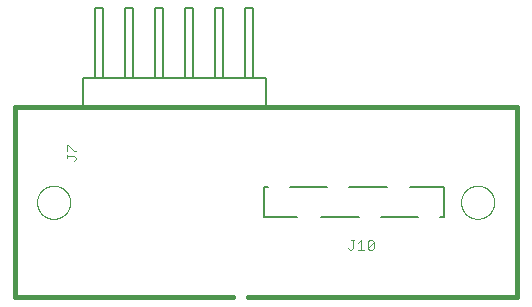
<source format=gto>
G75*
%MOIN*%
%OFA0B0*%
%FSLAX25Y25*%
%IPPOS*%
%LPD*%
%AMOC8*
5,1,8,0,0,1.08239X$1,22.5*
%
%ADD10C,0.01600*%
%ADD11C,0.00000*%
%ADD12C,0.00400*%
%ADD13C,0.00500*%
D10*
X0001800Y0033343D02*
X0074300Y0033343D01*
X0079550Y0033343D02*
X0169050Y0033343D01*
X0169050Y0096843D01*
X0001800Y0096843D01*
X0001800Y0033343D01*
D11*
X0009117Y0065000D02*
X0009119Y0065148D01*
X0009125Y0065296D01*
X0009135Y0065444D01*
X0009149Y0065591D01*
X0009167Y0065738D01*
X0009188Y0065884D01*
X0009214Y0066030D01*
X0009244Y0066175D01*
X0009277Y0066319D01*
X0009315Y0066462D01*
X0009356Y0066604D01*
X0009401Y0066745D01*
X0009449Y0066885D01*
X0009502Y0067024D01*
X0009558Y0067161D01*
X0009618Y0067296D01*
X0009681Y0067430D01*
X0009748Y0067562D01*
X0009819Y0067692D01*
X0009893Y0067820D01*
X0009970Y0067946D01*
X0010051Y0068070D01*
X0010135Y0068192D01*
X0010222Y0068311D01*
X0010313Y0068428D01*
X0010407Y0068543D01*
X0010503Y0068655D01*
X0010603Y0068765D01*
X0010705Y0068871D01*
X0010811Y0068975D01*
X0010919Y0069076D01*
X0011030Y0069174D01*
X0011143Y0069270D01*
X0011259Y0069362D01*
X0011377Y0069451D01*
X0011498Y0069536D01*
X0011621Y0069619D01*
X0011746Y0069698D01*
X0011873Y0069774D01*
X0012002Y0069846D01*
X0012133Y0069915D01*
X0012266Y0069980D01*
X0012401Y0070041D01*
X0012537Y0070099D01*
X0012674Y0070154D01*
X0012813Y0070204D01*
X0012954Y0070251D01*
X0013095Y0070294D01*
X0013238Y0070334D01*
X0013382Y0070369D01*
X0013526Y0070401D01*
X0013672Y0070428D01*
X0013818Y0070452D01*
X0013965Y0070472D01*
X0014112Y0070488D01*
X0014259Y0070500D01*
X0014407Y0070508D01*
X0014555Y0070512D01*
X0014703Y0070512D01*
X0014851Y0070508D01*
X0014999Y0070500D01*
X0015146Y0070488D01*
X0015293Y0070472D01*
X0015440Y0070452D01*
X0015586Y0070428D01*
X0015732Y0070401D01*
X0015876Y0070369D01*
X0016020Y0070334D01*
X0016163Y0070294D01*
X0016304Y0070251D01*
X0016445Y0070204D01*
X0016584Y0070154D01*
X0016721Y0070099D01*
X0016857Y0070041D01*
X0016992Y0069980D01*
X0017125Y0069915D01*
X0017256Y0069846D01*
X0017385Y0069774D01*
X0017512Y0069698D01*
X0017637Y0069619D01*
X0017760Y0069536D01*
X0017881Y0069451D01*
X0017999Y0069362D01*
X0018115Y0069270D01*
X0018228Y0069174D01*
X0018339Y0069076D01*
X0018447Y0068975D01*
X0018553Y0068871D01*
X0018655Y0068765D01*
X0018755Y0068655D01*
X0018851Y0068543D01*
X0018945Y0068428D01*
X0019036Y0068311D01*
X0019123Y0068192D01*
X0019207Y0068070D01*
X0019288Y0067946D01*
X0019365Y0067820D01*
X0019439Y0067692D01*
X0019510Y0067562D01*
X0019577Y0067430D01*
X0019640Y0067296D01*
X0019700Y0067161D01*
X0019756Y0067024D01*
X0019809Y0066885D01*
X0019857Y0066745D01*
X0019902Y0066604D01*
X0019943Y0066462D01*
X0019981Y0066319D01*
X0020014Y0066175D01*
X0020044Y0066030D01*
X0020070Y0065884D01*
X0020091Y0065738D01*
X0020109Y0065591D01*
X0020123Y0065444D01*
X0020133Y0065296D01*
X0020139Y0065148D01*
X0020141Y0065000D01*
X0020139Y0064852D01*
X0020133Y0064704D01*
X0020123Y0064556D01*
X0020109Y0064409D01*
X0020091Y0064262D01*
X0020070Y0064116D01*
X0020044Y0063970D01*
X0020014Y0063825D01*
X0019981Y0063681D01*
X0019943Y0063538D01*
X0019902Y0063396D01*
X0019857Y0063255D01*
X0019809Y0063115D01*
X0019756Y0062976D01*
X0019700Y0062839D01*
X0019640Y0062704D01*
X0019577Y0062570D01*
X0019510Y0062438D01*
X0019439Y0062308D01*
X0019365Y0062180D01*
X0019288Y0062054D01*
X0019207Y0061930D01*
X0019123Y0061808D01*
X0019036Y0061689D01*
X0018945Y0061572D01*
X0018851Y0061457D01*
X0018755Y0061345D01*
X0018655Y0061235D01*
X0018553Y0061129D01*
X0018447Y0061025D01*
X0018339Y0060924D01*
X0018228Y0060826D01*
X0018115Y0060730D01*
X0017999Y0060638D01*
X0017881Y0060549D01*
X0017760Y0060464D01*
X0017637Y0060381D01*
X0017512Y0060302D01*
X0017385Y0060226D01*
X0017256Y0060154D01*
X0017125Y0060085D01*
X0016992Y0060020D01*
X0016857Y0059959D01*
X0016721Y0059901D01*
X0016584Y0059846D01*
X0016445Y0059796D01*
X0016304Y0059749D01*
X0016163Y0059706D01*
X0016020Y0059666D01*
X0015876Y0059631D01*
X0015732Y0059599D01*
X0015586Y0059572D01*
X0015440Y0059548D01*
X0015293Y0059528D01*
X0015146Y0059512D01*
X0014999Y0059500D01*
X0014851Y0059492D01*
X0014703Y0059488D01*
X0014555Y0059488D01*
X0014407Y0059492D01*
X0014259Y0059500D01*
X0014112Y0059512D01*
X0013965Y0059528D01*
X0013818Y0059548D01*
X0013672Y0059572D01*
X0013526Y0059599D01*
X0013382Y0059631D01*
X0013238Y0059666D01*
X0013095Y0059706D01*
X0012954Y0059749D01*
X0012813Y0059796D01*
X0012674Y0059846D01*
X0012537Y0059901D01*
X0012401Y0059959D01*
X0012266Y0060020D01*
X0012133Y0060085D01*
X0012002Y0060154D01*
X0011873Y0060226D01*
X0011746Y0060302D01*
X0011621Y0060381D01*
X0011498Y0060464D01*
X0011377Y0060549D01*
X0011259Y0060638D01*
X0011143Y0060730D01*
X0011030Y0060826D01*
X0010919Y0060924D01*
X0010811Y0061025D01*
X0010705Y0061129D01*
X0010603Y0061235D01*
X0010503Y0061345D01*
X0010407Y0061457D01*
X0010313Y0061572D01*
X0010222Y0061689D01*
X0010135Y0061808D01*
X0010051Y0061930D01*
X0009970Y0062054D01*
X0009893Y0062180D01*
X0009819Y0062308D01*
X0009748Y0062438D01*
X0009681Y0062570D01*
X0009618Y0062704D01*
X0009558Y0062839D01*
X0009502Y0062976D01*
X0009449Y0063115D01*
X0009401Y0063255D01*
X0009356Y0063396D01*
X0009315Y0063538D01*
X0009277Y0063681D01*
X0009244Y0063825D01*
X0009214Y0063970D01*
X0009188Y0064116D01*
X0009167Y0064262D01*
X0009149Y0064409D01*
X0009135Y0064556D01*
X0009125Y0064704D01*
X0009119Y0064852D01*
X0009117Y0065000D01*
X0150455Y0065008D02*
X0150457Y0065156D01*
X0150463Y0065304D01*
X0150473Y0065452D01*
X0150487Y0065599D01*
X0150505Y0065746D01*
X0150526Y0065892D01*
X0150552Y0066038D01*
X0150582Y0066183D01*
X0150615Y0066327D01*
X0150653Y0066470D01*
X0150694Y0066612D01*
X0150739Y0066753D01*
X0150787Y0066893D01*
X0150840Y0067032D01*
X0150896Y0067169D01*
X0150956Y0067304D01*
X0151019Y0067438D01*
X0151086Y0067570D01*
X0151157Y0067700D01*
X0151231Y0067828D01*
X0151308Y0067954D01*
X0151389Y0068078D01*
X0151473Y0068200D01*
X0151560Y0068319D01*
X0151651Y0068436D01*
X0151745Y0068551D01*
X0151841Y0068663D01*
X0151941Y0068773D01*
X0152043Y0068879D01*
X0152149Y0068983D01*
X0152257Y0069084D01*
X0152368Y0069182D01*
X0152481Y0069278D01*
X0152597Y0069370D01*
X0152715Y0069459D01*
X0152836Y0069544D01*
X0152959Y0069627D01*
X0153084Y0069706D01*
X0153211Y0069782D01*
X0153340Y0069854D01*
X0153471Y0069923D01*
X0153604Y0069988D01*
X0153739Y0070049D01*
X0153875Y0070107D01*
X0154012Y0070162D01*
X0154151Y0070212D01*
X0154292Y0070259D01*
X0154433Y0070302D01*
X0154576Y0070342D01*
X0154720Y0070377D01*
X0154864Y0070409D01*
X0155010Y0070436D01*
X0155156Y0070460D01*
X0155303Y0070480D01*
X0155450Y0070496D01*
X0155597Y0070508D01*
X0155745Y0070516D01*
X0155893Y0070520D01*
X0156041Y0070520D01*
X0156189Y0070516D01*
X0156337Y0070508D01*
X0156484Y0070496D01*
X0156631Y0070480D01*
X0156778Y0070460D01*
X0156924Y0070436D01*
X0157070Y0070409D01*
X0157214Y0070377D01*
X0157358Y0070342D01*
X0157501Y0070302D01*
X0157642Y0070259D01*
X0157783Y0070212D01*
X0157922Y0070162D01*
X0158059Y0070107D01*
X0158195Y0070049D01*
X0158330Y0069988D01*
X0158463Y0069923D01*
X0158594Y0069854D01*
X0158723Y0069782D01*
X0158850Y0069706D01*
X0158975Y0069627D01*
X0159098Y0069544D01*
X0159219Y0069459D01*
X0159337Y0069370D01*
X0159453Y0069278D01*
X0159566Y0069182D01*
X0159677Y0069084D01*
X0159785Y0068983D01*
X0159891Y0068879D01*
X0159993Y0068773D01*
X0160093Y0068663D01*
X0160189Y0068551D01*
X0160283Y0068436D01*
X0160374Y0068319D01*
X0160461Y0068200D01*
X0160545Y0068078D01*
X0160626Y0067954D01*
X0160703Y0067828D01*
X0160777Y0067700D01*
X0160848Y0067570D01*
X0160915Y0067438D01*
X0160978Y0067304D01*
X0161038Y0067169D01*
X0161094Y0067032D01*
X0161147Y0066893D01*
X0161195Y0066753D01*
X0161240Y0066612D01*
X0161281Y0066470D01*
X0161319Y0066327D01*
X0161352Y0066183D01*
X0161382Y0066038D01*
X0161408Y0065892D01*
X0161429Y0065746D01*
X0161447Y0065599D01*
X0161461Y0065452D01*
X0161471Y0065304D01*
X0161477Y0065156D01*
X0161479Y0065008D01*
X0161477Y0064860D01*
X0161471Y0064712D01*
X0161461Y0064564D01*
X0161447Y0064417D01*
X0161429Y0064270D01*
X0161408Y0064124D01*
X0161382Y0063978D01*
X0161352Y0063833D01*
X0161319Y0063689D01*
X0161281Y0063546D01*
X0161240Y0063404D01*
X0161195Y0063263D01*
X0161147Y0063123D01*
X0161094Y0062984D01*
X0161038Y0062847D01*
X0160978Y0062712D01*
X0160915Y0062578D01*
X0160848Y0062446D01*
X0160777Y0062316D01*
X0160703Y0062188D01*
X0160626Y0062062D01*
X0160545Y0061938D01*
X0160461Y0061816D01*
X0160374Y0061697D01*
X0160283Y0061580D01*
X0160189Y0061465D01*
X0160093Y0061353D01*
X0159993Y0061243D01*
X0159891Y0061137D01*
X0159785Y0061033D01*
X0159677Y0060932D01*
X0159566Y0060834D01*
X0159453Y0060738D01*
X0159337Y0060646D01*
X0159219Y0060557D01*
X0159098Y0060472D01*
X0158975Y0060389D01*
X0158850Y0060310D01*
X0158723Y0060234D01*
X0158594Y0060162D01*
X0158463Y0060093D01*
X0158330Y0060028D01*
X0158195Y0059967D01*
X0158059Y0059909D01*
X0157922Y0059854D01*
X0157783Y0059804D01*
X0157642Y0059757D01*
X0157501Y0059714D01*
X0157358Y0059674D01*
X0157214Y0059639D01*
X0157070Y0059607D01*
X0156924Y0059580D01*
X0156778Y0059556D01*
X0156631Y0059536D01*
X0156484Y0059520D01*
X0156337Y0059508D01*
X0156189Y0059500D01*
X0156041Y0059496D01*
X0155893Y0059496D01*
X0155745Y0059500D01*
X0155597Y0059508D01*
X0155450Y0059520D01*
X0155303Y0059536D01*
X0155156Y0059556D01*
X0155010Y0059580D01*
X0154864Y0059607D01*
X0154720Y0059639D01*
X0154576Y0059674D01*
X0154433Y0059714D01*
X0154292Y0059757D01*
X0154151Y0059804D01*
X0154012Y0059854D01*
X0153875Y0059909D01*
X0153739Y0059967D01*
X0153604Y0060028D01*
X0153471Y0060093D01*
X0153340Y0060162D01*
X0153211Y0060234D01*
X0153084Y0060310D01*
X0152959Y0060389D01*
X0152836Y0060472D01*
X0152715Y0060557D01*
X0152597Y0060646D01*
X0152481Y0060738D01*
X0152368Y0060834D01*
X0152257Y0060932D01*
X0152149Y0061033D01*
X0152043Y0061137D01*
X0151941Y0061243D01*
X0151841Y0061353D01*
X0151745Y0061465D01*
X0151651Y0061580D01*
X0151560Y0061697D01*
X0151473Y0061816D01*
X0151389Y0061938D01*
X0151308Y0062062D01*
X0151231Y0062188D01*
X0151157Y0062316D01*
X0151086Y0062446D01*
X0151019Y0062578D01*
X0150956Y0062712D01*
X0150896Y0062847D01*
X0150840Y0062984D01*
X0150787Y0063123D01*
X0150739Y0063263D01*
X0150694Y0063404D01*
X0150653Y0063546D01*
X0150615Y0063689D01*
X0150582Y0063833D01*
X0150552Y0063978D01*
X0150526Y0064124D01*
X0150505Y0064270D01*
X0150487Y0064417D01*
X0150473Y0064564D01*
X0150463Y0064712D01*
X0150457Y0064860D01*
X0150455Y0065008D01*
D12*
X0121346Y0051793D02*
X0121346Y0049725D01*
X0120829Y0049208D01*
X0119794Y0049208D01*
X0119277Y0049725D01*
X0121346Y0051793D01*
X0120829Y0052311D01*
X0119794Y0052311D01*
X0119277Y0051793D01*
X0119277Y0049725D01*
X0118123Y0049208D02*
X0116054Y0049208D01*
X0117089Y0049208D02*
X0117089Y0052311D01*
X0116054Y0051276D01*
X0114900Y0052311D02*
X0113866Y0052311D01*
X0114383Y0052311D02*
X0114383Y0049725D01*
X0113866Y0049208D01*
X0113349Y0049208D01*
X0112832Y0049725D01*
X0022100Y0079310D02*
X0021583Y0078793D01*
X0022100Y0079310D02*
X0022100Y0079827D01*
X0021583Y0080344D01*
X0018997Y0080344D01*
X0018997Y0079827D02*
X0018997Y0080861D01*
X0018997Y0082015D02*
X0018997Y0084084D01*
X0019514Y0084084D01*
X0021583Y0082015D01*
X0022100Y0082015D01*
D13*
X0024288Y0096467D02*
X0085312Y0096467D01*
X0085312Y0106309D01*
X0081060Y0106309D01*
X0081060Y0129931D01*
X0078540Y0129931D01*
X0078540Y0106309D01*
X0081060Y0106309D01*
X0078540Y0106309D02*
X0024288Y0106309D01*
X0024288Y0096467D01*
X0028540Y0106309D02*
X0028540Y0129931D01*
X0031060Y0129931D01*
X0031060Y0106309D01*
X0038540Y0106309D02*
X0038540Y0129931D01*
X0041060Y0129931D01*
X0041060Y0106309D01*
X0048540Y0106309D02*
X0048540Y0129931D01*
X0051060Y0129931D01*
X0051060Y0106309D01*
X0058540Y0106309D02*
X0058540Y0129931D01*
X0061060Y0129931D01*
X0061060Y0106309D01*
X0068540Y0106309D02*
X0068540Y0129931D01*
X0071060Y0129931D01*
X0071060Y0106309D01*
X0084800Y0070008D02*
X0086060Y0070008D01*
X0084800Y0070008D02*
X0084800Y0060008D01*
X0095902Y0060008D01*
X0103776Y0060008D02*
X0116375Y0060008D01*
X0123855Y0060008D02*
X0136060Y0060008D01*
X0143540Y0060008D02*
X0144800Y0060008D01*
X0144800Y0070008D01*
X0133304Y0070008D01*
X0125824Y0070008D02*
X0113225Y0070008D01*
X0105745Y0070008D02*
X0093540Y0070008D01*
M02*

</source>
